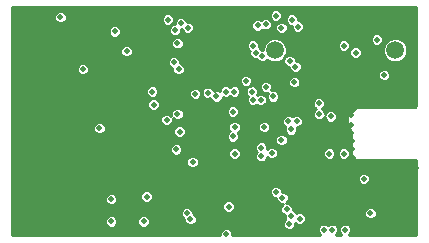
<source format=gbr>
G04 #@! TF.FileFunction,Copper,L2,Inr,Signal*
%FSLAX46Y46*%
G04 Gerber Fmt 4.6, Leading zero omitted, Abs format (unit mm)*
G04 Created by KiCad (PCBNEW 4.0.2-stable) date 2016-06-02 00:43:14*
%MOMM*%
G01*
G04 APERTURE LIST*
%ADD10C,0.100000*%
%ADD11C,1.500000*%
%ADD12C,1.250000*%
%ADD13C,1.550000*%
%ADD14C,0.400000*%
%ADD15C,0.500000*%
%ADD16C,0.254000*%
G04 APERTURE END LIST*
D10*
D11*
X72850000Y-44000000D03*
X62650000Y-44000000D03*
D12*
X45062540Y-52499100D03*
X45062540Y-57499100D03*
D13*
X42362540Y-51499100D03*
X42362540Y-58499100D03*
D14*
X53750000Y-56950000D03*
X53750000Y-55550000D03*
X53750000Y-56250000D03*
D15*
X40900000Y-50000000D03*
X41700000Y-50000000D03*
X42500000Y-50000000D03*
X43400000Y-50000000D03*
X69700000Y-58800000D03*
X70300000Y-59300000D03*
X71100000Y-59400000D03*
X72100000Y-59300000D03*
X73000000Y-59300000D03*
X73900000Y-45000000D03*
X73800000Y-42900000D03*
X72900000Y-42600000D03*
X73700000Y-42100000D03*
X72800000Y-41700000D03*
X72100000Y-40700000D03*
X73000000Y-40700000D03*
X73900000Y-40700000D03*
X74500000Y-41400000D03*
X74500000Y-42200000D03*
X74500000Y-43000000D03*
X74500000Y-43800000D03*
X74500000Y-44600000D03*
X74500000Y-45400000D03*
X74400000Y-46300000D03*
X74100000Y-47100000D03*
X45200000Y-40600000D03*
X46100000Y-40600000D03*
X47200000Y-40600000D03*
X48100000Y-40600000D03*
X49100000Y-40600000D03*
X40600000Y-41600000D03*
X40600000Y-40800000D03*
X69100000Y-50300000D03*
X49800000Y-51500000D03*
X67800000Y-50400000D03*
X67100000Y-50300000D03*
X65200000Y-50400000D03*
X58612500Y-43487500D03*
X56887500Y-45212500D03*
X56887500Y-43487500D03*
X58612500Y-45212500D03*
X62184241Y-53894559D03*
X63300000Y-58100000D03*
X65700000Y-49500000D03*
X64600000Y-47900000D03*
X69300000Y-53100000D03*
X69200000Y-52400000D03*
X69145982Y-51693432D03*
X71000000Y-42250000D03*
X70250000Y-44250000D03*
X58750000Y-55250000D03*
X58750000Y-56250000D03*
X58500000Y-58250000D03*
X58250000Y-59000000D03*
X48750000Y-57500000D03*
X46000000Y-56500000D03*
X44000000Y-56250000D03*
X47050010Y-54750000D03*
X47000000Y-54000000D03*
X60500000Y-54000000D03*
X61750000Y-51250000D03*
X60500000Y-51500000D03*
X57500000Y-52500000D03*
X56750000Y-52500000D03*
X56000000Y-52500000D03*
X55750000Y-50250000D03*
X56500000Y-50250000D03*
X57250000Y-50250000D03*
X53750000Y-48250000D03*
X52275002Y-46750000D03*
X52500000Y-45250000D03*
X50750000Y-40500000D03*
X50000000Y-41000000D03*
X51500000Y-46199998D03*
X50751910Y-45994029D03*
X52100000Y-49600000D03*
X47032844Y-48782844D03*
X46500000Y-50000000D03*
X44500000Y-49500000D03*
X43250000Y-47000000D03*
X42250000Y-41000000D03*
X66162500Y-55162500D03*
X66162500Y-56837500D03*
X67837500Y-56837500D03*
X67837500Y-55162500D03*
X69100000Y-51000000D03*
X69100000Y-49500000D03*
X69500000Y-48750000D03*
X70250000Y-48750000D03*
X71000000Y-48750000D03*
X71750000Y-48750000D03*
X72500000Y-48750000D03*
X73250000Y-48750000D03*
X73250000Y-48000000D03*
X73750000Y-59500000D03*
X74500000Y-59250000D03*
X74500000Y-58500000D03*
X74500000Y-57750000D03*
X74500000Y-57000000D03*
X74500000Y-56250000D03*
X74500000Y-55500000D03*
X74571749Y-53999451D03*
X74250000Y-54750000D03*
X73750000Y-55250000D03*
X73000000Y-55500000D03*
X73000000Y-56250000D03*
X73000000Y-57000000D03*
X73000000Y-57750000D03*
X72250000Y-57750000D03*
X71500000Y-57750000D03*
X70750000Y-53500000D03*
X70000000Y-53500000D03*
X70500000Y-54000000D03*
X71250000Y-54000000D03*
X71500000Y-53500000D03*
X72500000Y-53500000D03*
X72000000Y-54000000D03*
X72750000Y-54000000D03*
X73250000Y-53500000D03*
X55200000Y-57800000D03*
X51800000Y-56400000D03*
X51550010Y-58500000D03*
X54600000Y-50900000D03*
X54300000Y-52400000D03*
X55500000Y-58300000D03*
X60200000Y-46600000D03*
X54500000Y-45600000D03*
X55300000Y-42100000D03*
X62400000Y-52700000D03*
X62500000Y-47900000D03*
X70200000Y-54900000D03*
X64750000Y-58250000D03*
X64600000Y-42000000D03*
X58750000Y-57250000D03*
X58540690Y-59581380D03*
X61500000Y-52974998D03*
X61500000Y-52250000D03*
X61750000Y-50500000D03*
X59250000Y-50500000D03*
X52262985Y-47497308D03*
X66800000Y-59200000D03*
X68600000Y-59200000D03*
X70750000Y-57800002D03*
X67250000Y-52750000D03*
X68500000Y-52750000D03*
X59250000Y-52750000D03*
X55700010Y-53465000D03*
X46400000Y-45600000D03*
X44500000Y-41200000D03*
X53600000Y-41400000D03*
X54410883Y-43410883D03*
X54200000Y-42300000D03*
X66374999Y-48483187D03*
X63200000Y-42100000D03*
X64024990Y-50700000D03*
X62737384Y-41065618D03*
X63800000Y-50000000D03*
X61473867Y-48212870D03*
X64400000Y-45400000D03*
X61200000Y-41900000D03*
X63200011Y-51600000D03*
X62750000Y-56000000D03*
X67500000Y-59200000D03*
X59100000Y-49200000D03*
X67400000Y-49600000D03*
X50100000Y-44074998D03*
X47800000Y-50600000D03*
X52400000Y-48600000D03*
X54400000Y-49400000D03*
X56975010Y-47600000D03*
X53500000Y-49900000D03*
X57700000Y-47900000D03*
X59200000Y-47500000D03*
X66392710Y-49406075D03*
X63861901Y-58726887D03*
X48800000Y-56600000D03*
X61024995Y-44209819D03*
X48800000Y-58500000D03*
X60800000Y-43600000D03*
X64100000Y-41400000D03*
X71300000Y-43100000D03*
X69500000Y-44200000D03*
X71900000Y-46100000D03*
X54700000Y-41700000D03*
X64300000Y-46700000D03*
X68500000Y-43600000D03*
X54100000Y-45000000D03*
X55900000Y-47700000D03*
X59100000Y-51300000D03*
X58500000Y-47500000D03*
X63300000Y-56500000D03*
X60700000Y-47500000D03*
X63650002Y-57450704D03*
X60800000Y-48200000D03*
X64000000Y-58000000D03*
X49100000Y-42400000D03*
X61606630Y-44499995D03*
X63900000Y-44900000D03*
X61900000Y-41800000D03*
X61900000Y-47100000D03*
X64500000Y-50000000D03*
D16*
G36*
X74623000Y-48697394D02*
X74547394Y-48773000D01*
X69600000Y-48773000D01*
X69550590Y-48783006D01*
X69510197Y-48810197D01*
X68810197Y-49510197D01*
X68782334Y-49552211D01*
X68773000Y-49600000D01*
X68773000Y-50400000D01*
X68783006Y-50449410D01*
X68798400Y-50476200D01*
X69073000Y-50842333D01*
X69073000Y-53100000D01*
X69083006Y-53149410D01*
X69110197Y-53189803D01*
X69210197Y-53289803D01*
X69252211Y-53317666D01*
X69300000Y-53327000D01*
X74623000Y-53327000D01*
X74623000Y-59623000D01*
X68922204Y-59623000D01*
X69046509Y-59498912D01*
X69126909Y-59305287D01*
X69127092Y-59095633D01*
X69047030Y-58901868D01*
X68898912Y-58753491D01*
X68705287Y-58673091D01*
X68495633Y-58672908D01*
X68301868Y-58752970D01*
X68153491Y-58901088D01*
X68073091Y-59094713D01*
X68072908Y-59304367D01*
X68152970Y-59498132D01*
X68277620Y-59623000D01*
X67822204Y-59623000D01*
X67946509Y-59498912D01*
X68026909Y-59305287D01*
X68027092Y-59095633D01*
X67947030Y-58901868D01*
X67798912Y-58753491D01*
X67605287Y-58673091D01*
X67395633Y-58672908D01*
X67201868Y-58752970D01*
X67150040Y-58804708D01*
X67098912Y-58753491D01*
X66905287Y-58673091D01*
X66695633Y-58672908D01*
X66501868Y-58752970D01*
X66353491Y-58901088D01*
X66273091Y-59094713D01*
X66272908Y-59304367D01*
X66352970Y-59498132D01*
X66477620Y-59623000D01*
X59067655Y-59623000D01*
X59067782Y-59477013D01*
X58987720Y-59283248D01*
X58839602Y-59134871D01*
X58645977Y-59054471D01*
X58436323Y-59054288D01*
X58242558Y-59134350D01*
X58094181Y-59282468D01*
X58013781Y-59476093D01*
X58013653Y-59623000D01*
X40377000Y-59623000D01*
X40377000Y-58604367D01*
X48272908Y-58604367D01*
X48352970Y-58798132D01*
X48501088Y-58946509D01*
X48694713Y-59026909D01*
X48904367Y-59027092D01*
X49098132Y-58947030D01*
X49246509Y-58798912D01*
X49326909Y-58605287D01*
X49326909Y-58604367D01*
X51022918Y-58604367D01*
X51102980Y-58798132D01*
X51251098Y-58946509D01*
X51444723Y-59026909D01*
X51654377Y-59027092D01*
X51848142Y-58947030D01*
X51996519Y-58798912D01*
X52076919Y-58605287D01*
X52077102Y-58395633D01*
X51997040Y-58201868D01*
X51848922Y-58053491D01*
X51655297Y-57973091D01*
X51445643Y-57972908D01*
X51251878Y-58052970D01*
X51103501Y-58201088D01*
X51023101Y-58394713D01*
X51022918Y-58604367D01*
X49326909Y-58604367D01*
X49327092Y-58395633D01*
X49247030Y-58201868D01*
X49098912Y-58053491D01*
X48905287Y-57973091D01*
X48695633Y-57972908D01*
X48501868Y-58052970D01*
X48353491Y-58201088D01*
X48273091Y-58394713D01*
X48272908Y-58604367D01*
X40377000Y-58604367D01*
X40377000Y-57904367D01*
X54672908Y-57904367D01*
X54752970Y-58098132D01*
X54901088Y-58246509D01*
X54973020Y-58276378D01*
X54972908Y-58404367D01*
X55052970Y-58598132D01*
X55201088Y-58746509D01*
X55394713Y-58826909D01*
X55604367Y-58827092D01*
X55798132Y-58747030D01*
X55946509Y-58598912D01*
X56026909Y-58405287D01*
X56027092Y-58195633D01*
X55947030Y-58001868D01*
X55798912Y-57853491D01*
X55726980Y-57823622D01*
X55727092Y-57695633D01*
X55647030Y-57501868D01*
X55499787Y-57354367D01*
X58222908Y-57354367D01*
X58302970Y-57548132D01*
X58451088Y-57696509D01*
X58644713Y-57776909D01*
X58854367Y-57777092D01*
X59048132Y-57697030D01*
X59196509Y-57548912D01*
X59276909Y-57355287D01*
X59277092Y-57145633D01*
X59197030Y-56951868D01*
X59048912Y-56803491D01*
X58855287Y-56723091D01*
X58645633Y-56722908D01*
X58451868Y-56802970D01*
X58303491Y-56951088D01*
X58223091Y-57144713D01*
X58222908Y-57354367D01*
X55499787Y-57354367D01*
X55498912Y-57353491D01*
X55305287Y-57273091D01*
X55095633Y-57272908D01*
X54901868Y-57352970D01*
X54753491Y-57501088D01*
X54673091Y-57694713D01*
X54672908Y-57904367D01*
X40377000Y-57904367D01*
X40377000Y-56704367D01*
X48272908Y-56704367D01*
X48352970Y-56898132D01*
X48501088Y-57046509D01*
X48694713Y-57126909D01*
X48904367Y-57127092D01*
X49098132Y-57047030D01*
X49246509Y-56898912D01*
X49326909Y-56705287D01*
X49327084Y-56504367D01*
X51272908Y-56504367D01*
X51352970Y-56698132D01*
X51501088Y-56846509D01*
X51694713Y-56926909D01*
X51904367Y-56927092D01*
X52098132Y-56847030D01*
X52246509Y-56698912D01*
X52326909Y-56505287D01*
X52327092Y-56295633D01*
X52248063Y-56104367D01*
X62222908Y-56104367D01*
X62302970Y-56298132D01*
X62451088Y-56446509D01*
X62644713Y-56526909D01*
X62772976Y-56527021D01*
X62772908Y-56604367D01*
X62852970Y-56798132D01*
X63001088Y-56946509D01*
X63194713Y-57026909D01*
X63328477Y-57027026D01*
X63203493Y-57151792D01*
X63123093Y-57345417D01*
X63122910Y-57555071D01*
X63202972Y-57748836D01*
X63351090Y-57897213D01*
X63473045Y-57947853D01*
X63472908Y-58104367D01*
X63550778Y-58292826D01*
X63415392Y-58427975D01*
X63334992Y-58621600D01*
X63334809Y-58831254D01*
X63414871Y-59025019D01*
X63562989Y-59173396D01*
X63756614Y-59253796D01*
X63966268Y-59253979D01*
X64160033Y-59173917D01*
X64308410Y-59025799D01*
X64388810Y-58832174D01*
X64388983Y-58634295D01*
X64451088Y-58696509D01*
X64644713Y-58776909D01*
X64854367Y-58777092D01*
X65048132Y-58697030D01*
X65196509Y-58548912D01*
X65276909Y-58355287D01*
X65277092Y-58145633D01*
X65197030Y-57951868D01*
X65149614Y-57904369D01*
X70222908Y-57904369D01*
X70302970Y-58098134D01*
X70451088Y-58246511D01*
X70644713Y-58326911D01*
X70854367Y-58327094D01*
X71048132Y-58247032D01*
X71196509Y-58098914D01*
X71276909Y-57905289D01*
X71277092Y-57695635D01*
X71197030Y-57501870D01*
X71048912Y-57353493D01*
X70855287Y-57273093D01*
X70645633Y-57272910D01*
X70451868Y-57352972D01*
X70303491Y-57501090D01*
X70223091Y-57694715D01*
X70222908Y-57904369D01*
X65149614Y-57904369D01*
X65048912Y-57803491D01*
X64855287Y-57723091D01*
X64645633Y-57722908D01*
X64483418Y-57789934D01*
X64447030Y-57701868D01*
X64298912Y-57553491D01*
X64176957Y-57502851D01*
X64177094Y-57346337D01*
X64097032Y-57152572D01*
X63948914Y-57004195D01*
X63755289Y-56923795D01*
X63621525Y-56923678D01*
X63746509Y-56798912D01*
X63826909Y-56605287D01*
X63827092Y-56395633D01*
X63747030Y-56201868D01*
X63598912Y-56053491D01*
X63405287Y-55973091D01*
X63277024Y-55972979D01*
X63277092Y-55895633D01*
X63197030Y-55701868D01*
X63048912Y-55553491D01*
X62855287Y-55473091D01*
X62645633Y-55472908D01*
X62451868Y-55552970D01*
X62303491Y-55701088D01*
X62223091Y-55894713D01*
X62222908Y-56104367D01*
X52248063Y-56104367D01*
X52247030Y-56101868D01*
X52098912Y-55953491D01*
X51905287Y-55873091D01*
X51695633Y-55872908D01*
X51501868Y-55952970D01*
X51353491Y-56101088D01*
X51273091Y-56294713D01*
X51272908Y-56504367D01*
X49327084Y-56504367D01*
X49327092Y-56495633D01*
X49247030Y-56301868D01*
X49098912Y-56153491D01*
X48905287Y-56073091D01*
X48695633Y-56072908D01*
X48501868Y-56152970D01*
X48353491Y-56301088D01*
X48273091Y-56494713D01*
X48272908Y-56704367D01*
X40377000Y-56704367D01*
X40377000Y-55004367D01*
X69672908Y-55004367D01*
X69752970Y-55198132D01*
X69901088Y-55346509D01*
X70094713Y-55426909D01*
X70304367Y-55427092D01*
X70498132Y-55347030D01*
X70646509Y-55198912D01*
X70726909Y-55005287D01*
X70727092Y-54795633D01*
X70647030Y-54601868D01*
X70498912Y-54453491D01*
X70305287Y-54373091D01*
X70095633Y-54372908D01*
X69901868Y-54452970D01*
X69753491Y-54601088D01*
X69673091Y-54794713D01*
X69672908Y-55004367D01*
X40377000Y-55004367D01*
X40377000Y-53569367D01*
X55172918Y-53569367D01*
X55252980Y-53763132D01*
X55401098Y-53911509D01*
X55594723Y-53991909D01*
X55804377Y-53992092D01*
X55998142Y-53912030D01*
X56146519Y-53763912D01*
X56226919Y-53570287D01*
X56227102Y-53360633D01*
X56147040Y-53166868D01*
X55998922Y-53018491D01*
X55805297Y-52938091D01*
X55595643Y-52937908D01*
X55401878Y-53017970D01*
X55253501Y-53166088D01*
X55173101Y-53359713D01*
X55172918Y-53569367D01*
X40377000Y-53569367D01*
X40377000Y-52504367D01*
X53772908Y-52504367D01*
X53852970Y-52698132D01*
X54001088Y-52846509D01*
X54194713Y-52926909D01*
X54404367Y-52927092D01*
X54580375Y-52854367D01*
X58722908Y-52854367D01*
X58802970Y-53048132D01*
X58951088Y-53196509D01*
X59144713Y-53276909D01*
X59354367Y-53277092D01*
X59548132Y-53197030D01*
X59696509Y-53048912D01*
X59776909Y-52855287D01*
X59777092Y-52645633D01*
X59697030Y-52451868D01*
X59599700Y-52354367D01*
X60972908Y-52354367D01*
X61052970Y-52548132D01*
X61117207Y-52612481D01*
X61053491Y-52676086D01*
X60973091Y-52869711D01*
X60972908Y-53079365D01*
X61052970Y-53273130D01*
X61201088Y-53421507D01*
X61394713Y-53501907D01*
X61604367Y-53502090D01*
X61798132Y-53422028D01*
X61946509Y-53273910D01*
X62026909Y-53080285D01*
X62026916Y-53072207D01*
X62101088Y-53146509D01*
X62294713Y-53226909D01*
X62504367Y-53227092D01*
X62698132Y-53147030D01*
X62846509Y-52998912D01*
X62906529Y-52854367D01*
X66722908Y-52854367D01*
X66802970Y-53048132D01*
X66951088Y-53196509D01*
X67144713Y-53276909D01*
X67354367Y-53277092D01*
X67548132Y-53197030D01*
X67696509Y-53048912D01*
X67776909Y-52855287D01*
X67776909Y-52854367D01*
X67972908Y-52854367D01*
X68052970Y-53048132D01*
X68201088Y-53196509D01*
X68394713Y-53276909D01*
X68604367Y-53277092D01*
X68798132Y-53197030D01*
X68946509Y-53048912D01*
X69026909Y-52855287D01*
X69027092Y-52645633D01*
X68947030Y-52451868D01*
X68798912Y-52303491D01*
X68605287Y-52223091D01*
X68395633Y-52222908D01*
X68201868Y-52302970D01*
X68053491Y-52451088D01*
X67973091Y-52644713D01*
X67972908Y-52854367D01*
X67776909Y-52854367D01*
X67777092Y-52645633D01*
X67697030Y-52451868D01*
X67548912Y-52303491D01*
X67355287Y-52223091D01*
X67145633Y-52222908D01*
X66951868Y-52302970D01*
X66803491Y-52451088D01*
X66723091Y-52644713D01*
X66722908Y-52854367D01*
X62906529Y-52854367D01*
X62926909Y-52805287D01*
X62927092Y-52595633D01*
X62847030Y-52401868D01*
X62698912Y-52253491D01*
X62505287Y-52173091D01*
X62295633Y-52172908D01*
X62101868Y-52252970D01*
X62026933Y-52327774D01*
X62027092Y-52145633D01*
X61947030Y-51951868D01*
X61798912Y-51803491D01*
X61605287Y-51723091D01*
X61395633Y-51722908D01*
X61201868Y-51802970D01*
X61053491Y-51951088D01*
X60973091Y-52144713D01*
X60972908Y-52354367D01*
X59599700Y-52354367D01*
X59548912Y-52303491D01*
X59355287Y-52223091D01*
X59145633Y-52222908D01*
X58951868Y-52302970D01*
X58803491Y-52451088D01*
X58723091Y-52644713D01*
X58722908Y-52854367D01*
X54580375Y-52854367D01*
X54598132Y-52847030D01*
X54746509Y-52698912D01*
X54826909Y-52505287D01*
X54827092Y-52295633D01*
X54747030Y-52101868D01*
X54598912Y-51953491D01*
X54405287Y-51873091D01*
X54195633Y-51872908D01*
X54001868Y-51952970D01*
X53853491Y-52101088D01*
X53773091Y-52294713D01*
X53772908Y-52504367D01*
X40377000Y-52504367D01*
X40377000Y-50704367D01*
X47272908Y-50704367D01*
X47352970Y-50898132D01*
X47501088Y-51046509D01*
X47694713Y-51126909D01*
X47904367Y-51127092D01*
X48098132Y-51047030D01*
X48140869Y-51004367D01*
X54072908Y-51004367D01*
X54152970Y-51198132D01*
X54301088Y-51346509D01*
X54494713Y-51426909D01*
X54704367Y-51427092D01*
X54759365Y-51404367D01*
X58572908Y-51404367D01*
X58652970Y-51598132D01*
X58801088Y-51746509D01*
X58994713Y-51826909D01*
X59204367Y-51827092D01*
X59398132Y-51747030D01*
X59440869Y-51704367D01*
X62672919Y-51704367D01*
X62752981Y-51898132D01*
X62901099Y-52046509D01*
X63094724Y-52126909D01*
X63304378Y-52127092D01*
X63498143Y-52047030D01*
X63646520Y-51898912D01*
X63726920Y-51705287D01*
X63727103Y-51495633D01*
X63647041Y-51301868D01*
X63498923Y-51153491D01*
X63305298Y-51073091D01*
X63095644Y-51072908D01*
X62901879Y-51152970D01*
X62753502Y-51301088D01*
X62673102Y-51494713D01*
X62672919Y-51704367D01*
X59440869Y-51704367D01*
X59546509Y-51598912D01*
X59626909Y-51405287D01*
X59627092Y-51195633D01*
X59547030Y-51001868D01*
X59508595Y-50963366D01*
X59548132Y-50947030D01*
X59696509Y-50798912D01*
X59776909Y-50605287D01*
X59776909Y-50604367D01*
X61222908Y-50604367D01*
X61302970Y-50798132D01*
X61451088Y-50946509D01*
X61644713Y-51026909D01*
X61854367Y-51027092D01*
X62048132Y-50947030D01*
X62196509Y-50798912D01*
X62276909Y-50605287D01*
X62277092Y-50395633D01*
X62197030Y-50201868D01*
X62099700Y-50104367D01*
X63272908Y-50104367D01*
X63352970Y-50298132D01*
X63501088Y-50446509D01*
X63551013Y-50467239D01*
X63498081Y-50594713D01*
X63497898Y-50804367D01*
X63577960Y-50998132D01*
X63726078Y-51146509D01*
X63919703Y-51226909D01*
X64129357Y-51227092D01*
X64323122Y-51147030D01*
X64471499Y-50998912D01*
X64551899Y-50805287D01*
X64552082Y-50595633D01*
X64523732Y-50527022D01*
X64604367Y-50527092D01*
X64798132Y-50447030D01*
X64946509Y-50298912D01*
X65026909Y-50105287D01*
X65027092Y-49895633D01*
X64947030Y-49701868D01*
X64798912Y-49553491D01*
X64605287Y-49473091D01*
X64395633Y-49472908D01*
X64201868Y-49552970D01*
X64150040Y-49604708D01*
X64098912Y-49553491D01*
X63905287Y-49473091D01*
X63695633Y-49472908D01*
X63501868Y-49552970D01*
X63353491Y-49701088D01*
X63273091Y-49894713D01*
X63272908Y-50104367D01*
X62099700Y-50104367D01*
X62048912Y-50053491D01*
X61855287Y-49973091D01*
X61645633Y-49972908D01*
X61451868Y-50052970D01*
X61303491Y-50201088D01*
X61223091Y-50394713D01*
X61222908Y-50604367D01*
X59776909Y-50604367D01*
X59777092Y-50395633D01*
X59697030Y-50201868D01*
X59548912Y-50053491D01*
X59355287Y-49973091D01*
X59145633Y-49972908D01*
X58951868Y-50052970D01*
X58803491Y-50201088D01*
X58723091Y-50394713D01*
X58722908Y-50604367D01*
X58802970Y-50798132D01*
X58841405Y-50836634D01*
X58801868Y-50852970D01*
X58653491Y-51001088D01*
X58573091Y-51194713D01*
X58572908Y-51404367D01*
X54759365Y-51404367D01*
X54898132Y-51347030D01*
X55046509Y-51198912D01*
X55126909Y-51005287D01*
X55127092Y-50795633D01*
X55047030Y-50601868D01*
X54898912Y-50453491D01*
X54705287Y-50373091D01*
X54495633Y-50372908D01*
X54301868Y-50452970D01*
X54153491Y-50601088D01*
X54073091Y-50794713D01*
X54072908Y-51004367D01*
X48140869Y-51004367D01*
X48246509Y-50898912D01*
X48326909Y-50705287D01*
X48327092Y-50495633D01*
X48247030Y-50301868D01*
X48098912Y-50153491D01*
X47905287Y-50073091D01*
X47695633Y-50072908D01*
X47501868Y-50152970D01*
X47353491Y-50301088D01*
X47273091Y-50494713D01*
X47272908Y-50704367D01*
X40377000Y-50704367D01*
X40377000Y-50004367D01*
X52972908Y-50004367D01*
X53052970Y-50198132D01*
X53201088Y-50346509D01*
X53394713Y-50426909D01*
X53604367Y-50427092D01*
X53798132Y-50347030D01*
X53946509Y-50198912D01*
X54026909Y-50005287D01*
X54027092Y-49795633D01*
X54010701Y-49755964D01*
X54101088Y-49846509D01*
X54294713Y-49926909D01*
X54504367Y-49927092D01*
X54698132Y-49847030D01*
X54846509Y-49698912D01*
X54926909Y-49505287D01*
X54927084Y-49304367D01*
X58572908Y-49304367D01*
X58652970Y-49498132D01*
X58801088Y-49646509D01*
X58994713Y-49726909D01*
X59204367Y-49727092D01*
X59398132Y-49647030D01*
X59546509Y-49498912D01*
X59626909Y-49305287D01*
X59627092Y-49095633D01*
X59547030Y-48901868D01*
X59398912Y-48753491D01*
X59205287Y-48673091D01*
X58995633Y-48672908D01*
X58801868Y-48752970D01*
X58653491Y-48901088D01*
X58573091Y-49094713D01*
X58572908Y-49304367D01*
X54927084Y-49304367D01*
X54927092Y-49295633D01*
X54847030Y-49101868D01*
X54698912Y-48953491D01*
X54505287Y-48873091D01*
X54295633Y-48872908D01*
X54101868Y-48952970D01*
X53953491Y-49101088D01*
X53873091Y-49294713D01*
X53872908Y-49504367D01*
X53889299Y-49544036D01*
X53798912Y-49453491D01*
X53605287Y-49373091D01*
X53395633Y-49372908D01*
X53201868Y-49452970D01*
X53053491Y-49601088D01*
X52973091Y-49794713D01*
X52972908Y-50004367D01*
X40377000Y-50004367D01*
X40377000Y-48704367D01*
X51872908Y-48704367D01*
X51952970Y-48898132D01*
X52101088Y-49046509D01*
X52294713Y-49126909D01*
X52504367Y-49127092D01*
X52698132Y-49047030D01*
X52846509Y-48898912D01*
X52926909Y-48705287D01*
X52927092Y-48495633D01*
X52847030Y-48301868D01*
X52698912Y-48153491D01*
X52505287Y-48073091D01*
X52295633Y-48072908D01*
X52101868Y-48152970D01*
X51953491Y-48301088D01*
X51873091Y-48494713D01*
X51872908Y-48704367D01*
X40377000Y-48704367D01*
X40377000Y-47601675D01*
X51735893Y-47601675D01*
X51815955Y-47795440D01*
X51964073Y-47943817D01*
X52157698Y-48024217D01*
X52367352Y-48024400D01*
X52561117Y-47944338D01*
X52701332Y-47804367D01*
X55372908Y-47804367D01*
X55452970Y-47998132D01*
X55601088Y-48146509D01*
X55794713Y-48226909D01*
X56004367Y-48227092D01*
X56198132Y-48147030D01*
X56346509Y-47998912D01*
X56426909Y-47805287D01*
X56426997Y-47704367D01*
X56447918Y-47704367D01*
X56527980Y-47898132D01*
X56676098Y-48046509D01*
X56869723Y-48126909D01*
X57079377Y-48127092D01*
X57202582Y-48076185D01*
X57252970Y-48198132D01*
X57401088Y-48346509D01*
X57594713Y-48426909D01*
X57804367Y-48427092D01*
X57998132Y-48347030D01*
X58146509Y-48198912D01*
X58226909Y-48005287D01*
X58226951Y-47957248D01*
X58394713Y-48026909D01*
X58604367Y-48027092D01*
X58798132Y-47947030D01*
X58849960Y-47895292D01*
X58901088Y-47946509D01*
X59094713Y-48026909D01*
X59304367Y-48027092D01*
X59498132Y-47947030D01*
X59646509Y-47798912D01*
X59726909Y-47605287D01*
X59727092Y-47395633D01*
X59647030Y-47201868D01*
X59498912Y-47053491D01*
X59305287Y-46973091D01*
X59095633Y-46972908D01*
X58901868Y-47052970D01*
X58850040Y-47104708D01*
X58798912Y-47053491D01*
X58605287Y-46973091D01*
X58395633Y-46972908D01*
X58201868Y-47052970D01*
X58053491Y-47201088D01*
X57973091Y-47394713D01*
X57973049Y-47442752D01*
X57805287Y-47373091D01*
X57595633Y-47372908D01*
X57472428Y-47423815D01*
X57422040Y-47301868D01*
X57273922Y-47153491D01*
X57080297Y-47073091D01*
X56870643Y-47072908D01*
X56676878Y-47152970D01*
X56528501Y-47301088D01*
X56448101Y-47494713D01*
X56447918Y-47704367D01*
X56426997Y-47704367D01*
X56427092Y-47595633D01*
X56347030Y-47401868D01*
X56198912Y-47253491D01*
X56005287Y-47173091D01*
X55795633Y-47172908D01*
X55601868Y-47252970D01*
X55453491Y-47401088D01*
X55373091Y-47594713D01*
X55372908Y-47804367D01*
X52701332Y-47804367D01*
X52709494Y-47796220D01*
X52789894Y-47602595D01*
X52790077Y-47392941D01*
X52710015Y-47199176D01*
X52561897Y-47050799D01*
X52368272Y-46970399D01*
X52158618Y-46970216D01*
X51964853Y-47050278D01*
X51816476Y-47198396D01*
X51736076Y-47392021D01*
X51735893Y-47601675D01*
X40377000Y-47601675D01*
X40377000Y-46704367D01*
X59672908Y-46704367D01*
X59752970Y-46898132D01*
X59901088Y-47046509D01*
X60094713Y-47126909D01*
X60304367Y-47127092D01*
X60344036Y-47110701D01*
X60253491Y-47201088D01*
X60173091Y-47394713D01*
X60172908Y-47604367D01*
X60252970Y-47798132D01*
X60354621Y-47899960D01*
X60353491Y-47901088D01*
X60273091Y-48094713D01*
X60272908Y-48304367D01*
X60352970Y-48498132D01*
X60501088Y-48646509D01*
X60694713Y-48726909D01*
X60904367Y-48727092D01*
X61098132Y-48647030D01*
X61130436Y-48614782D01*
X61174955Y-48659379D01*
X61368580Y-48739779D01*
X61578234Y-48739962D01*
X61771999Y-48659900D01*
X61844471Y-48587554D01*
X65847907Y-48587554D01*
X65927969Y-48781319D01*
X66076087Y-48929696D01*
X66120737Y-48948236D01*
X66094578Y-48959045D01*
X65946201Y-49107163D01*
X65865801Y-49300788D01*
X65865618Y-49510442D01*
X65945680Y-49704207D01*
X66093798Y-49852584D01*
X66287423Y-49932984D01*
X66497077Y-49933167D01*
X66690842Y-49853105D01*
X66839219Y-49704987D01*
X66872978Y-49623685D01*
X66872908Y-49704367D01*
X66952970Y-49898132D01*
X67101088Y-50046509D01*
X67294713Y-50126909D01*
X67504367Y-50127092D01*
X67698132Y-50047030D01*
X67846509Y-49898912D01*
X67926909Y-49705287D01*
X67927092Y-49495633D01*
X67847030Y-49301868D01*
X67698912Y-49153491D01*
X67505287Y-49073091D01*
X67295633Y-49072908D01*
X67101868Y-49152970D01*
X66953491Y-49301088D01*
X66919732Y-49382390D01*
X66919802Y-49301708D01*
X66839740Y-49107943D01*
X66691622Y-48959566D01*
X66646972Y-48941026D01*
X66673131Y-48930217D01*
X66821508Y-48782099D01*
X66901908Y-48588474D01*
X66902091Y-48378820D01*
X66822029Y-48185055D01*
X66673911Y-48036678D01*
X66480286Y-47956278D01*
X66270632Y-47956095D01*
X66076867Y-48036157D01*
X65928490Y-48184275D01*
X65848090Y-48377900D01*
X65847907Y-48587554D01*
X61844471Y-48587554D01*
X61920376Y-48511782D01*
X62000776Y-48318157D01*
X62000959Y-48108503D01*
X61920897Y-47914738D01*
X61772779Y-47766361D01*
X61579154Y-47685961D01*
X61369500Y-47685778D01*
X61175735Y-47765840D01*
X61149273Y-47792256D01*
X61226909Y-47605287D01*
X61227092Y-47395633D01*
X61148063Y-47204367D01*
X61372908Y-47204367D01*
X61452970Y-47398132D01*
X61601088Y-47546509D01*
X61794713Y-47626909D01*
X62004367Y-47627092D01*
X62050631Y-47607976D01*
X61973091Y-47794713D01*
X61972908Y-48004367D01*
X62052970Y-48198132D01*
X62201088Y-48346509D01*
X62394713Y-48426909D01*
X62604367Y-48427092D01*
X62798132Y-48347030D01*
X62946509Y-48198912D01*
X63026909Y-48005287D01*
X63027092Y-47795633D01*
X62947030Y-47601868D01*
X62798912Y-47453491D01*
X62605287Y-47373091D01*
X62395633Y-47372908D01*
X62349369Y-47392024D01*
X62426909Y-47205287D01*
X62427092Y-46995633D01*
X62348063Y-46804367D01*
X63772908Y-46804367D01*
X63852970Y-46998132D01*
X64001088Y-47146509D01*
X64194713Y-47226909D01*
X64404367Y-47227092D01*
X64598132Y-47147030D01*
X64746509Y-46998912D01*
X64826909Y-46805287D01*
X64827092Y-46595633D01*
X64747030Y-46401868D01*
X64598912Y-46253491D01*
X64480609Y-46204367D01*
X71372908Y-46204367D01*
X71452970Y-46398132D01*
X71601088Y-46546509D01*
X71794713Y-46626909D01*
X72004367Y-46627092D01*
X72198132Y-46547030D01*
X72346509Y-46398912D01*
X72426909Y-46205287D01*
X72427092Y-45995633D01*
X72347030Y-45801868D01*
X72198912Y-45653491D01*
X72005287Y-45573091D01*
X71795633Y-45572908D01*
X71601868Y-45652970D01*
X71453491Y-45801088D01*
X71373091Y-45994713D01*
X71372908Y-46204367D01*
X64480609Y-46204367D01*
X64405287Y-46173091D01*
X64195633Y-46172908D01*
X64001868Y-46252970D01*
X63853491Y-46401088D01*
X63773091Y-46594713D01*
X63772908Y-46804367D01*
X62348063Y-46804367D01*
X62347030Y-46801868D01*
X62198912Y-46653491D01*
X62005287Y-46573091D01*
X61795633Y-46572908D01*
X61601868Y-46652970D01*
X61453491Y-46801088D01*
X61373091Y-46994713D01*
X61372908Y-47204367D01*
X61148063Y-47204367D01*
X61147030Y-47201868D01*
X60998912Y-47053491D01*
X60805287Y-46973091D01*
X60595633Y-46972908D01*
X60555964Y-46989299D01*
X60646509Y-46898912D01*
X60726909Y-46705287D01*
X60727092Y-46495633D01*
X60647030Y-46301868D01*
X60498912Y-46153491D01*
X60305287Y-46073091D01*
X60095633Y-46072908D01*
X59901868Y-46152970D01*
X59753491Y-46301088D01*
X59673091Y-46494713D01*
X59672908Y-46704367D01*
X40377000Y-46704367D01*
X40377000Y-45704367D01*
X45872908Y-45704367D01*
X45952970Y-45898132D01*
X46101088Y-46046509D01*
X46294713Y-46126909D01*
X46504367Y-46127092D01*
X46698132Y-46047030D01*
X46846509Y-45898912D01*
X46926909Y-45705287D01*
X46927092Y-45495633D01*
X46847030Y-45301868D01*
X46698912Y-45153491D01*
X46580609Y-45104367D01*
X53572908Y-45104367D01*
X53652970Y-45298132D01*
X53801088Y-45446509D01*
X53973071Y-45517922D01*
X53972908Y-45704367D01*
X54052970Y-45898132D01*
X54201088Y-46046509D01*
X54394713Y-46126909D01*
X54604367Y-46127092D01*
X54798132Y-46047030D01*
X54946509Y-45898912D01*
X55026909Y-45705287D01*
X55027092Y-45495633D01*
X54947030Y-45301868D01*
X54798912Y-45153491D01*
X54626929Y-45082078D01*
X54627092Y-44895633D01*
X54547030Y-44701868D01*
X54398912Y-44553491D01*
X54205287Y-44473091D01*
X53995633Y-44472908D01*
X53801868Y-44552970D01*
X53653491Y-44701088D01*
X53573091Y-44894713D01*
X53572908Y-45104367D01*
X46580609Y-45104367D01*
X46505287Y-45073091D01*
X46295633Y-45072908D01*
X46101868Y-45152970D01*
X45953491Y-45301088D01*
X45873091Y-45494713D01*
X45872908Y-45704367D01*
X40377000Y-45704367D01*
X40377000Y-44179365D01*
X49572908Y-44179365D01*
X49652970Y-44373130D01*
X49801088Y-44521507D01*
X49994713Y-44601907D01*
X50204367Y-44602090D01*
X50398132Y-44522028D01*
X50546509Y-44373910D01*
X50626909Y-44180285D01*
X50627092Y-43970631D01*
X50547030Y-43776866D01*
X50398912Y-43628489D01*
X50205287Y-43548089D01*
X49995633Y-43547906D01*
X49801868Y-43627968D01*
X49653491Y-43776086D01*
X49573091Y-43969711D01*
X49572908Y-44179365D01*
X40377000Y-44179365D01*
X40377000Y-43515250D01*
X53883791Y-43515250D01*
X53963853Y-43709015D01*
X54111971Y-43857392D01*
X54305596Y-43937792D01*
X54515250Y-43937975D01*
X54709015Y-43857913D01*
X54857392Y-43709795D01*
X54859645Y-43704367D01*
X60272908Y-43704367D01*
X60352970Y-43898132D01*
X60501088Y-44046509D01*
X60519077Y-44053979D01*
X60498086Y-44104532D01*
X60497903Y-44314186D01*
X60577965Y-44507951D01*
X60726083Y-44656328D01*
X60919708Y-44736728D01*
X61129362Y-44736911D01*
X61133585Y-44735166D01*
X61159600Y-44798127D01*
X61307718Y-44946504D01*
X61501343Y-45026904D01*
X61710997Y-45027087D01*
X61904762Y-44947025D01*
X62024711Y-44827285D01*
X62067492Y-44870140D01*
X62444821Y-45026821D01*
X62853387Y-45027178D01*
X63230989Y-44871156D01*
X63419482Y-44682991D01*
X63373091Y-44794713D01*
X63372908Y-45004367D01*
X63452970Y-45198132D01*
X63601088Y-45346509D01*
X63794713Y-45426909D01*
X63872976Y-45426977D01*
X63872908Y-45504367D01*
X63952970Y-45698132D01*
X64101088Y-45846509D01*
X64294713Y-45926909D01*
X64504367Y-45927092D01*
X64698132Y-45847030D01*
X64846509Y-45698912D01*
X64926909Y-45505287D01*
X64927092Y-45295633D01*
X64847030Y-45101868D01*
X64698912Y-44953491D01*
X64505287Y-44873091D01*
X64427024Y-44873023D01*
X64427092Y-44795633D01*
X64347030Y-44601868D01*
X64198912Y-44453491D01*
X64005287Y-44373091D01*
X63795633Y-44372908D01*
X63601868Y-44452970D01*
X63554149Y-44500606D01*
X63635634Y-44304367D01*
X68972908Y-44304367D01*
X69052970Y-44498132D01*
X69201088Y-44646509D01*
X69394713Y-44726909D01*
X69604367Y-44727092D01*
X69798132Y-44647030D01*
X69946509Y-44498912D01*
X70026909Y-44305287D01*
X70026997Y-44203387D01*
X71822822Y-44203387D01*
X71978844Y-44580989D01*
X72267492Y-44870140D01*
X72644821Y-45026821D01*
X73053387Y-45027178D01*
X73430989Y-44871156D01*
X73720140Y-44582508D01*
X73876821Y-44205179D01*
X73877178Y-43796613D01*
X73721156Y-43419011D01*
X73432508Y-43129860D01*
X73055179Y-42973179D01*
X72646613Y-42972822D01*
X72269011Y-43128844D01*
X71979860Y-43417492D01*
X71823179Y-43794821D01*
X71822822Y-44203387D01*
X70026997Y-44203387D01*
X70027092Y-44095633D01*
X69947030Y-43901868D01*
X69798912Y-43753491D01*
X69605287Y-43673091D01*
X69395633Y-43672908D01*
X69201868Y-43752970D01*
X69053491Y-43901088D01*
X68973091Y-44094713D01*
X68972908Y-44304367D01*
X63635634Y-44304367D01*
X63676821Y-44205179D01*
X63677178Y-43796613D01*
X63639063Y-43704367D01*
X67972908Y-43704367D01*
X68052970Y-43898132D01*
X68201088Y-44046509D01*
X68394713Y-44126909D01*
X68604367Y-44127092D01*
X68798132Y-44047030D01*
X68946509Y-43898912D01*
X69026909Y-43705287D01*
X69027092Y-43495633D01*
X68947030Y-43301868D01*
X68849700Y-43204367D01*
X70772908Y-43204367D01*
X70852970Y-43398132D01*
X71001088Y-43546509D01*
X71194713Y-43626909D01*
X71404367Y-43627092D01*
X71598132Y-43547030D01*
X71746509Y-43398912D01*
X71826909Y-43205287D01*
X71827092Y-42995633D01*
X71747030Y-42801868D01*
X71598912Y-42653491D01*
X71405287Y-42573091D01*
X71195633Y-42572908D01*
X71001868Y-42652970D01*
X70853491Y-42801088D01*
X70773091Y-42994713D01*
X70772908Y-43204367D01*
X68849700Y-43204367D01*
X68798912Y-43153491D01*
X68605287Y-43073091D01*
X68395633Y-43072908D01*
X68201868Y-43152970D01*
X68053491Y-43301088D01*
X67973091Y-43494713D01*
X67972908Y-43704367D01*
X63639063Y-43704367D01*
X63521156Y-43419011D01*
X63232508Y-43129860D01*
X62855179Y-42973179D01*
X62446613Y-42972822D01*
X62069011Y-43128844D01*
X61779860Y-43417492D01*
X61623179Y-43794821D01*
X61623023Y-43973008D01*
X61502263Y-43972903D01*
X61498040Y-43974648D01*
X61472025Y-43911687D01*
X61323907Y-43763310D01*
X61305918Y-43755840D01*
X61326909Y-43705287D01*
X61327092Y-43495633D01*
X61247030Y-43301868D01*
X61098912Y-43153491D01*
X60905287Y-43073091D01*
X60695633Y-43072908D01*
X60501868Y-43152970D01*
X60353491Y-43301088D01*
X60273091Y-43494713D01*
X60272908Y-43704367D01*
X54859645Y-43704367D01*
X54937792Y-43516170D01*
X54937975Y-43306516D01*
X54857913Y-43112751D01*
X54709795Y-42964374D01*
X54516170Y-42883974D01*
X54306516Y-42883791D01*
X54112751Y-42963853D01*
X53964374Y-43111971D01*
X53883974Y-43305596D01*
X53883791Y-43515250D01*
X40377000Y-43515250D01*
X40377000Y-42504367D01*
X48572908Y-42504367D01*
X48652970Y-42698132D01*
X48801088Y-42846509D01*
X48994713Y-42926909D01*
X49204367Y-42927092D01*
X49398132Y-42847030D01*
X49546509Y-42698912D01*
X49626909Y-42505287D01*
X49626997Y-42404367D01*
X53672908Y-42404367D01*
X53752970Y-42598132D01*
X53901088Y-42746509D01*
X54094713Y-42826909D01*
X54304367Y-42827092D01*
X54498132Y-42747030D01*
X54646509Y-42598912D01*
X54726909Y-42405287D01*
X54727065Y-42227025D01*
X54782290Y-42227073D01*
X54852970Y-42398132D01*
X55001088Y-42546509D01*
X55194713Y-42626909D01*
X55404367Y-42627092D01*
X55598132Y-42547030D01*
X55746509Y-42398912D01*
X55826909Y-42205287D01*
X55827084Y-42004367D01*
X60672908Y-42004367D01*
X60752970Y-42198132D01*
X60901088Y-42346509D01*
X61094713Y-42426909D01*
X61304367Y-42427092D01*
X61498132Y-42347030D01*
X61599960Y-42245379D01*
X61601088Y-42246509D01*
X61794713Y-42326909D01*
X62004367Y-42327092D01*
X62198132Y-42247030D01*
X62240869Y-42204367D01*
X62672908Y-42204367D01*
X62752970Y-42398132D01*
X62901088Y-42546509D01*
X63094713Y-42626909D01*
X63304367Y-42627092D01*
X63498132Y-42547030D01*
X63646509Y-42398912D01*
X63726909Y-42205287D01*
X63727092Y-41995633D01*
X63647030Y-41801868D01*
X63498912Y-41653491D01*
X63305287Y-41573091D01*
X63095633Y-41572908D01*
X62901868Y-41652970D01*
X62753491Y-41801088D01*
X62673091Y-41994713D01*
X62672908Y-42204367D01*
X62240869Y-42204367D01*
X62346509Y-42098912D01*
X62426909Y-41905287D01*
X62427092Y-41695633D01*
X62347030Y-41501868D01*
X62198912Y-41353491D01*
X62005287Y-41273091D01*
X61795633Y-41272908D01*
X61601868Y-41352970D01*
X61500040Y-41454621D01*
X61498912Y-41453491D01*
X61305287Y-41373091D01*
X61095633Y-41372908D01*
X60901868Y-41452970D01*
X60753491Y-41601088D01*
X60673091Y-41794713D01*
X60672908Y-42004367D01*
X55827084Y-42004367D01*
X55827092Y-41995633D01*
X55747030Y-41801868D01*
X55598912Y-41653491D01*
X55405287Y-41573091D01*
X55217710Y-41572927D01*
X55147030Y-41401868D01*
X54998912Y-41253491D01*
X54805287Y-41173091D01*
X54595633Y-41172908D01*
X54401868Y-41252970D01*
X54253491Y-41401088D01*
X54173091Y-41594713D01*
X54172935Y-41772975D01*
X54095633Y-41772908D01*
X53901868Y-41852970D01*
X53753491Y-42001088D01*
X53673091Y-42194713D01*
X53672908Y-42404367D01*
X49626997Y-42404367D01*
X49627092Y-42295633D01*
X49547030Y-42101868D01*
X49398912Y-41953491D01*
X49205287Y-41873091D01*
X48995633Y-41872908D01*
X48801868Y-41952970D01*
X48653491Y-42101088D01*
X48573091Y-42294713D01*
X48572908Y-42504367D01*
X40377000Y-42504367D01*
X40377000Y-41304367D01*
X43972908Y-41304367D01*
X44052970Y-41498132D01*
X44201088Y-41646509D01*
X44394713Y-41726909D01*
X44604367Y-41727092D01*
X44798132Y-41647030D01*
X44941044Y-41504367D01*
X53072908Y-41504367D01*
X53152970Y-41698132D01*
X53301088Y-41846509D01*
X53494713Y-41926909D01*
X53704367Y-41927092D01*
X53898132Y-41847030D01*
X54046509Y-41698912D01*
X54126909Y-41505287D01*
X54127092Y-41295633D01*
X54075176Y-41169985D01*
X62210292Y-41169985D01*
X62290354Y-41363750D01*
X62438472Y-41512127D01*
X62632097Y-41592527D01*
X62841751Y-41592710D01*
X63035516Y-41512648D01*
X63043811Y-41504367D01*
X63572908Y-41504367D01*
X63652970Y-41698132D01*
X63801088Y-41846509D01*
X63994713Y-41926909D01*
X64073063Y-41926977D01*
X64072908Y-42104367D01*
X64152970Y-42298132D01*
X64301088Y-42446509D01*
X64494713Y-42526909D01*
X64704367Y-42527092D01*
X64898132Y-42447030D01*
X65046509Y-42298912D01*
X65126909Y-42105287D01*
X65127092Y-41895633D01*
X65047030Y-41701868D01*
X64898912Y-41553491D01*
X64705287Y-41473091D01*
X64626937Y-41473023D01*
X64627092Y-41295633D01*
X64547030Y-41101868D01*
X64398912Y-40953491D01*
X64205287Y-40873091D01*
X63995633Y-40872908D01*
X63801868Y-40952970D01*
X63653491Y-41101088D01*
X63573091Y-41294713D01*
X63572908Y-41504367D01*
X63043811Y-41504367D01*
X63183893Y-41364530D01*
X63264293Y-41170905D01*
X63264476Y-40961251D01*
X63184414Y-40767486D01*
X63036296Y-40619109D01*
X62842671Y-40538709D01*
X62633017Y-40538526D01*
X62439252Y-40618588D01*
X62290875Y-40766706D01*
X62210475Y-40960331D01*
X62210292Y-41169985D01*
X54075176Y-41169985D01*
X54047030Y-41101868D01*
X53898912Y-40953491D01*
X53705287Y-40873091D01*
X53495633Y-40872908D01*
X53301868Y-40952970D01*
X53153491Y-41101088D01*
X53073091Y-41294713D01*
X53072908Y-41504367D01*
X44941044Y-41504367D01*
X44946509Y-41498912D01*
X45026909Y-41305287D01*
X45027092Y-41095633D01*
X44947030Y-40901868D01*
X44798912Y-40753491D01*
X44605287Y-40673091D01*
X44395633Y-40672908D01*
X44201868Y-40752970D01*
X44053491Y-40901088D01*
X43973091Y-41094713D01*
X43972908Y-41304367D01*
X40377000Y-41304367D01*
X40377000Y-40377000D01*
X74623000Y-40377000D01*
X74623000Y-48697394D01*
X74623000Y-48697394D01*
G37*
X74623000Y-48697394D02*
X74547394Y-48773000D01*
X69600000Y-48773000D01*
X69550590Y-48783006D01*
X69510197Y-48810197D01*
X68810197Y-49510197D01*
X68782334Y-49552211D01*
X68773000Y-49600000D01*
X68773000Y-50400000D01*
X68783006Y-50449410D01*
X68798400Y-50476200D01*
X69073000Y-50842333D01*
X69073000Y-53100000D01*
X69083006Y-53149410D01*
X69110197Y-53189803D01*
X69210197Y-53289803D01*
X69252211Y-53317666D01*
X69300000Y-53327000D01*
X74623000Y-53327000D01*
X74623000Y-59623000D01*
X68922204Y-59623000D01*
X69046509Y-59498912D01*
X69126909Y-59305287D01*
X69127092Y-59095633D01*
X69047030Y-58901868D01*
X68898912Y-58753491D01*
X68705287Y-58673091D01*
X68495633Y-58672908D01*
X68301868Y-58752970D01*
X68153491Y-58901088D01*
X68073091Y-59094713D01*
X68072908Y-59304367D01*
X68152970Y-59498132D01*
X68277620Y-59623000D01*
X67822204Y-59623000D01*
X67946509Y-59498912D01*
X68026909Y-59305287D01*
X68027092Y-59095633D01*
X67947030Y-58901868D01*
X67798912Y-58753491D01*
X67605287Y-58673091D01*
X67395633Y-58672908D01*
X67201868Y-58752970D01*
X67150040Y-58804708D01*
X67098912Y-58753491D01*
X66905287Y-58673091D01*
X66695633Y-58672908D01*
X66501868Y-58752970D01*
X66353491Y-58901088D01*
X66273091Y-59094713D01*
X66272908Y-59304367D01*
X66352970Y-59498132D01*
X66477620Y-59623000D01*
X59067655Y-59623000D01*
X59067782Y-59477013D01*
X58987720Y-59283248D01*
X58839602Y-59134871D01*
X58645977Y-59054471D01*
X58436323Y-59054288D01*
X58242558Y-59134350D01*
X58094181Y-59282468D01*
X58013781Y-59476093D01*
X58013653Y-59623000D01*
X40377000Y-59623000D01*
X40377000Y-58604367D01*
X48272908Y-58604367D01*
X48352970Y-58798132D01*
X48501088Y-58946509D01*
X48694713Y-59026909D01*
X48904367Y-59027092D01*
X49098132Y-58947030D01*
X49246509Y-58798912D01*
X49326909Y-58605287D01*
X49326909Y-58604367D01*
X51022918Y-58604367D01*
X51102980Y-58798132D01*
X51251098Y-58946509D01*
X51444723Y-59026909D01*
X51654377Y-59027092D01*
X51848142Y-58947030D01*
X51996519Y-58798912D01*
X52076919Y-58605287D01*
X52077102Y-58395633D01*
X51997040Y-58201868D01*
X51848922Y-58053491D01*
X51655297Y-57973091D01*
X51445643Y-57972908D01*
X51251878Y-58052970D01*
X51103501Y-58201088D01*
X51023101Y-58394713D01*
X51022918Y-58604367D01*
X49326909Y-58604367D01*
X49327092Y-58395633D01*
X49247030Y-58201868D01*
X49098912Y-58053491D01*
X48905287Y-57973091D01*
X48695633Y-57972908D01*
X48501868Y-58052970D01*
X48353491Y-58201088D01*
X48273091Y-58394713D01*
X48272908Y-58604367D01*
X40377000Y-58604367D01*
X40377000Y-57904367D01*
X54672908Y-57904367D01*
X54752970Y-58098132D01*
X54901088Y-58246509D01*
X54973020Y-58276378D01*
X54972908Y-58404367D01*
X55052970Y-58598132D01*
X55201088Y-58746509D01*
X55394713Y-58826909D01*
X55604367Y-58827092D01*
X55798132Y-58747030D01*
X55946509Y-58598912D01*
X56026909Y-58405287D01*
X56027092Y-58195633D01*
X55947030Y-58001868D01*
X55798912Y-57853491D01*
X55726980Y-57823622D01*
X55727092Y-57695633D01*
X55647030Y-57501868D01*
X55499787Y-57354367D01*
X58222908Y-57354367D01*
X58302970Y-57548132D01*
X58451088Y-57696509D01*
X58644713Y-57776909D01*
X58854367Y-57777092D01*
X59048132Y-57697030D01*
X59196509Y-57548912D01*
X59276909Y-57355287D01*
X59277092Y-57145633D01*
X59197030Y-56951868D01*
X59048912Y-56803491D01*
X58855287Y-56723091D01*
X58645633Y-56722908D01*
X58451868Y-56802970D01*
X58303491Y-56951088D01*
X58223091Y-57144713D01*
X58222908Y-57354367D01*
X55499787Y-57354367D01*
X55498912Y-57353491D01*
X55305287Y-57273091D01*
X55095633Y-57272908D01*
X54901868Y-57352970D01*
X54753491Y-57501088D01*
X54673091Y-57694713D01*
X54672908Y-57904367D01*
X40377000Y-57904367D01*
X40377000Y-56704367D01*
X48272908Y-56704367D01*
X48352970Y-56898132D01*
X48501088Y-57046509D01*
X48694713Y-57126909D01*
X48904367Y-57127092D01*
X49098132Y-57047030D01*
X49246509Y-56898912D01*
X49326909Y-56705287D01*
X49327084Y-56504367D01*
X51272908Y-56504367D01*
X51352970Y-56698132D01*
X51501088Y-56846509D01*
X51694713Y-56926909D01*
X51904367Y-56927092D01*
X52098132Y-56847030D01*
X52246509Y-56698912D01*
X52326909Y-56505287D01*
X52327092Y-56295633D01*
X52248063Y-56104367D01*
X62222908Y-56104367D01*
X62302970Y-56298132D01*
X62451088Y-56446509D01*
X62644713Y-56526909D01*
X62772976Y-56527021D01*
X62772908Y-56604367D01*
X62852970Y-56798132D01*
X63001088Y-56946509D01*
X63194713Y-57026909D01*
X63328477Y-57027026D01*
X63203493Y-57151792D01*
X63123093Y-57345417D01*
X63122910Y-57555071D01*
X63202972Y-57748836D01*
X63351090Y-57897213D01*
X63473045Y-57947853D01*
X63472908Y-58104367D01*
X63550778Y-58292826D01*
X63415392Y-58427975D01*
X63334992Y-58621600D01*
X63334809Y-58831254D01*
X63414871Y-59025019D01*
X63562989Y-59173396D01*
X63756614Y-59253796D01*
X63966268Y-59253979D01*
X64160033Y-59173917D01*
X64308410Y-59025799D01*
X64388810Y-58832174D01*
X64388983Y-58634295D01*
X64451088Y-58696509D01*
X64644713Y-58776909D01*
X64854367Y-58777092D01*
X65048132Y-58697030D01*
X65196509Y-58548912D01*
X65276909Y-58355287D01*
X65277092Y-58145633D01*
X65197030Y-57951868D01*
X65149614Y-57904369D01*
X70222908Y-57904369D01*
X70302970Y-58098134D01*
X70451088Y-58246511D01*
X70644713Y-58326911D01*
X70854367Y-58327094D01*
X71048132Y-58247032D01*
X71196509Y-58098914D01*
X71276909Y-57905289D01*
X71277092Y-57695635D01*
X71197030Y-57501870D01*
X71048912Y-57353493D01*
X70855287Y-57273093D01*
X70645633Y-57272910D01*
X70451868Y-57352972D01*
X70303491Y-57501090D01*
X70223091Y-57694715D01*
X70222908Y-57904369D01*
X65149614Y-57904369D01*
X65048912Y-57803491D01*
X64855287Y-57723091D01*
X64645633Y-57722908D01*
X64483418Y-57789934D01*
X64447030Y-57701868D01*
X64298912Y-57553491D01*
X64176957Y-57502851D01*
X64177094Y-57346337D01*
X64097032Y-57152572D01*
X63948914Y-57004195D01*
X63755289Y-56923795D01*
X63621525Y-56923678D01*
X63746509Y-56798912D01*
X63826909Y-56605287D01*
X63827092Y-56395633D01*
X63747030Y-56201868D01*
X63598912Y-56053491D01*
X63405287Y-55973091D01*
X63277024Y-55972979D01*
X63277092Y-55895633D01*
X63197030Y-55701868D01*
X63048912Y-55553491D01*
X62855287Y-55473091D01*
X62645633Y-55472908D01*
X62451868Y-55552970D01*
X62303491Y-55701088D01*
X62223091Y-55894713D01*
X62222908Y-56104367D01*
X52248063Y-56104367D01*
X52247030Y-56101868D01*
X52098912Y-55953491D01*
X51905287Y-55873091D01*
X51695633Y-55872908D01*
X51501868Y-55952970D01*
X51353491Y-56101088D01*
X51273091Y-56294713D01*
X51272908Y-56504367D01*
X49327084Y-56504367D01*
X49327092Y-56495633D01*
X49247030Y-56301868D01*
X49098912Y-56153491D01*
X48905287Y-56073091D01*
X48695633Y-56072908D01*
X48501868Y-56152970D01*
X48353491Y-56301088D01*
X48273091Y-56494713D01*
X48272908Y-56704367D01*
X40377000Y-56704367D01*
X40377000Y-55004367D01*
X69672908Y-55004367D01*
X69752970Y-55198132D01*
X69901088Y-55346509D01*
X70094713Y-55426909D01*
X70304367Y-55427092D01*
X70498132Y-55347030D01*
X70646509Y-55198912D01*
X70726909Y-55005287D01*
X70727092Y-54795633D01*
X70647030Y-54601868D01*
X70498912Y-54453491D01*
X70305287Y-54373091D01*
X70095633Y-54372908D01*
X69901868Y-54452970D01*
X69753491Y-54601088D01*
X69673091Y-54794713D01*
X69672908Y-55004367D01*
X40377000Y-55004367D01*
X40377000Y-53569367D01*
X55172918Y-53569367D01*
X55252980Y-53763132D01*
X55401098Y-53911509D01*
X55594723Y-53991909D01*
X55804377Y-53992092D01*
X55998142Y-53912030D01*
X56146519Y-53763912D01*
X56226919Y-53570287D01*
X56227102Y-53360633D01*
X56147040Y-53166868D01*
X55998922Y-53018491D01*
X55805297Y-52938091D01*
X55595643Y-52937908D01*
X55401878Y-53017970D01*
X55253501Y-53166088D01*
X55173101Y-53359713D01*
X55172918Y-53569367D01*
X40377000Y-53569367D01*
X40377000Y-52504367D01*
X53772908Y-52504367D01*
X53852970Y-52698132D01*
X54001088Y-52846509D01*
X54194713Y-52926909D01*
X54404367Y-52927092D01*
X54580375Y-52854367D01*
X58722908Y-52854367D01*
X58802970Y-53048132D01*
X58951088Y-53196509D01*
X59144713Y-53276909D01*
X59354367Y-53277092D01*
X59548132Y-53197030D01*
X59696509Y-53048912D01*
X59776909Y-52855287D01*
X59777092Y-52645633D01*
X59697030Y-52451868D01*
X59599700Y-52354367D01*
X60972908Y-52354367D01*
X61052970Y-52548132D01*
X61117207Y-52612481D01*
X61053491Y-52676086D01*
X60973091Y-52869711D01*
X60972908Y-53079365D01*
X61052970Y-53273130D01*
X61201088Y-53421507D01*
X61394713Y-53501907D01*
X61604367Y-53502090D01*
X61798132Y-53422028D01*
X61946509Y-53273910D01*
X62026909Y-53080285D01*
X62026916Y-53072207D01*
X62101088Y-53146509D01*
X62294713Y-53226909D01*
X62504367Y-53227092D01*
X62698132Y-53147030D01*
X62846509Y-52998912D01*
X62906529Y-52854367D01*
X66722908Y-52854367D01*
X66802970Y-53048132D01*
X66951088Y-53196509D01*
X67144713Y-53276909D01*
X67354367Y-53277092D01*
X67548132Y-53197030D01*
X67696509Y-53048912D01*
X67776909Y-52855287D01*
X67776909Y-52854367D01*
X67972908Y-52854367D01*
X68052970Y-53048132D01*
X68201088Y-53196509D01*
X68394713Y-53276909D01*
X68604367Y-53277092D01*
X68798132Y-53197030D01*
X68946509Y-53048912D01*
X69026909Y-52855287D01*
X69027092Y-52645633D01*
X68947030Y-52451868D01*
X68798912Y-52303491D01*
X68605287Y-52223091D01*
X68395633Y-52222908D01*
X68201868Y-52302970D01*
X68053491Y-52451088D01*
X67973091Y-52644713D01*
X67972908Y-52854367D01*
X67776909Y-52854367D01*
X67777092Y-52645633D01*
X67697030Y-52451868D01*
X67548912Y-52303491D01*
X67355287Y-52223091D01*
X67145633Y-52222908D01*
X66951868Y-52302970D01*
X66803491Y-52451088D01*
X66723091Y-52644713D01*
X66722908Y-52854367D01*
X62906529Y-52854367D01*
X62926909Y-52805287D01*
X62927092Y-52595633D01*
X62847030Y-52401868D01*
X62698912Y-52253491D01*
X62505287Y-52173091D01*
X62295633Y-52172908D01*
X62101868Y-52252970D01*
X62026933Y-52327774D01*
X62027092Y-52145633D01*
X61947030Y-51951868D01*
X61798912Y-51803491D01*
X61605287Y-51723091D01*
X61395633Y-51722908D01*
X61201868Y-51802970D01*
X61053491Y-51951088D01*
X60973091Y-52144713D01*
X60972908Y-52354367D01*
X59599700Y-52354367D01*
X59548912Y-52303491D01*
X59355287Y-52223091D01*
X59145633Y-52222908D01*
X58951868Y-52302970D01*
X58803491Y-52451088D01*
X58723091Y-52644713D01*
X58722908Y-52854367D01*
X54580375Y-52854367D01*
X54598132Y-52847030D01*
X54746509Y-52698912D01*
X54826909Y-52505287D01*
X54827092Y-52295633D01*
X54747030Y-52101868D01*
X54598912Y-51953491D01*
X54405287Y-51873091D01*
X54195633Y-51872908D01*
X54001868Y-51952970D01*
X53853491Y-52101088D01*
X53773091Y-52294713D01*
X53772908Y-52504367D01*
X40377000Y-52504367D01*
X40377000Y-50704367D01*
X47272908Y-50704367D01*
X47352970Y-50898132D01*
X47501088Y-51046509D01*
X47694713Y-51126909D01*
X47904367Y-51127092D01*
X48098132Y-51047030D01*
X48140869Y-51004367D01*
X54072908Y-51004367D01*
X54152970Y-51198132D01*
X54301088Y-51346509D01*
X54494713Y-51426909D01*
X54704367Y-51427092D01*
X54759365Y-51404367D01*
X58572908Y-51404367D01*
X58652970Y-51598132D01*
X58801088Y-51746509D01*
X58994713Y-51826909D01*
X59204367Y-51827092D01*
X59398132Y-51747030D01*
X59440869Y-51704367D01*
X62672919Y-51704367D01*
X62752981Y-51898132D01*
X62901099Y-52046509D01*
X63094724Y-52126909D01*
X63304378Y-52127092D01*
X63498143Y-52047030D01*
X63646520Y-51898912D01*
X63726920Y-51705287D01*
X63727103Y-51495633D01*
X63647041Y-51301868D01*
X63498923Y-51153491D01*
X63305298Y-51073091D01*
X63095644Y-51072908D01*
X62901879Y-51152970D01*
X62753502Y-51301088D01*
X62673102Y-51494713D01*
X62672919Y-51704367D01*
X59440869Y-51704367D01*
X59546509Y-51598912D01*
X59626909Y-51405287D01*
X59627092Y-51195633D01*
X59547030Y-51001868D01*
X59508595Y-50963366D01*
X59548132Y-50947030D01*
X59696509Y-50798912D01*
X59776909Y-50605287D01*
X59776909Y-50604367D01*
X61222908Y-50604367D01*
X61302970Y-50798132D01*
X61451088Y-50946509D01*
X61644713Y-51026909D01*
X61854367Y-51027092D01*
X62048132Y-50947030D01*
X62196509Y-50798912D01*
X62276909Y-50605287D01*
X62277092Y-50395633D01*
X62197030Y-50201868D01*
X62099700Y-50104367D01*
X63272908Y-50104367D01*
X63352970Y-50298132D01*
X63501088Y-50446509D01*
X63551013Y-50467239D01*
X63498081Y-50594713D01*
X63497898Y-50804367D01*
X63577960Y-50998132D01*
X63726078Y-51146509D01*
X63919703Y-51226909D01*
X64129357Y-51227092D01*
X64323122Y-51147030D01*
X64471499Y-50998912D01*
X64551899Y-50805287D01*
X64552082Y-50595633D01*
X64523732Y-50527022D01*
X64604367Y-50527092D01*
X64798132Y-50447030D01*
X64946509Y-50298912D01*
X65026909Y-50105287D01*
X65027092Y-49895633D01*
X64947030Y-49701868D01*
X64798912Y-49553491D01*
X64605287Y-49473091D01*
X64395633Y-49472908D01*
X64201868Y-49552970D01*
X64150040Y-49604708D01*
X64098912Y-49553491D01*
X63905287Y-49473091D01*
X63695633Y-49472908D01*
X63501868Y-49552970D01*
X63353491Y-49701088D01*
X63273091Y-49894713D01*
X63272908Y-50104367D01*
X62099700Y-50104367D01*
X62048912Y-50053491D01*
X61855287Y-49973091D01*
X61645633Y-49972908D01*
X61451868Y-50052970D01*
X61303491Y-50201088D01*
X61223091Y-50394713D01*
X61222908Y-50604367D01*
X59776909Y-50604367D01*
X59777092Y-50395633D01*
X59697030Y-50201868D01*
X59548912Y-50053491D01*
X59355287Y-49973091D01*
X59145633Y-49972908D01*
X58951868Y-50052970D01*
X58803491Y-50201088D01*
X58723091Y-50394713D01*
X58722908Y-50604367D01*
X58802970Y-50798132D01*
X58841405Y-50836634D01*
X58801868Y-50852970D01*
X58653491Y-51001088D01*
X58573091Y-51194713D01*
X58572908Y-51404367D01*
X54759365Y-51404367D01*
X54898132Y-51347030D01*
X55046509Y-51198912D01*
X55126909Y-51005287D01*
X55127092Y-50795633D01*
X55047030Y-50601868D01*
X54898912Y-50453491D01*
X54705287Y-50373091D01*
X54495633Y-50372908D01*
X54301868Y-50452970D01*
X54153491Y-50601088D01*
X54073091Y-50794713D01*
X54072908Y-51004367D01*
X48140869Y-51004367D01*
X48246509Y-50898912D01*
X48326909Y-50705287D01*
X48327092Y-50495633D01*
X48247030Y-50301868D01*
X48098912Y-50153491D01*
X47905287Y-50073091D01*
X47695633Y-50072908D01*
X47501868Y-50152970D01*
X47353491Y-50301088D01*
X47273091Y-50494713D01*
X47272908Y-50704367D01*
X40377000Y-50704367D01*
X40377000Y-50004367D01*
X52972908Y-50004367D01*
X53052970Y-50198132D01*
X53201088Y-50346509D01*
X53394713Y-50426909D01*
X53604367Y-50427092D01*
X53798132Y-50347030D01*
X53946509Y-50198912D01*
X54026909Y-50005287D01*
X54027092Y-49795633D01*
X54010701Y-49755964D01*
X54101088Y-49846509D01*
X54294713Y-49926909D01*
X54504367Y-49927092D01*
X54698132Y-49847030D01*
X54846509Y-49698912D01*
X54926909Y-49505287D01*
X54927084Y-49304367D01*
X58572908Y-49304367D01*
X58652970Y-49498132D01*
X58801088Y-49646509D01*
X58994713Y-49726909D01*
X59204367Y-49727092D01*
X59398132Y-49647030D01*
X59546509Y-49498912D01*
X59626909Y-49305287D01*
X59627092Y-49095633D01*
X59547030Y-48901868D01*
X59398912Y-48753491D01*
X59205287Y-48673091D01*
X58995633Y-48672908D01*
X58801868Y-48752970D01*
X58653491Y-48901088D01*
X58573091Y-49094713D01*
X58572908Y-49304367D01*
X54927084Y-49304367D01*
X54927092Y-49295633D01*
X54847030Y-49101868D01*
X54698912Y-48953491D01*
X54505287Y-48873091D01*
X54295633Y-48872908D01*
X54101868Y-48952970D01*
X53953491Y-49101088D01*
X53873091Y-49294713D01*
X53872908Y-49504367D01*
X53889299Y-49544036D01*
X53798912Y-49453491D01*
X53605287Y-49373091D01*
X53395633Y-49372908D01*
X53201868Y-49452970D01*
X53053491Y-49601088D01*
X52973091Y-49794713D01*
X52972908Y-50004367D01*
X40377000Y-50004367D01*
X40377000Y-48704367D01*
X51872908Y-48704367D01*
X51952970Y-48898132D01*
X52101088Y-49046509D01*
X52294713Y-49126909D01*
X52504367Y-49127092D01*
X52698132Y-49047030D01*
X52846509Y-48898912D01*
X52926909Y-48705287D01*
X52927092Y-48495633D01*
X52847030Y-48301868D01*
X52698912Y-48153491D01*
X52505287Y-48073091D01*
X52295633Y-48072908D01*
X52101868Y-48152970D01*
X51953491Y-48301088D01*
X51873091Y-48494713D01*
X51872908Y-48704367D01*
X40377000Y-48704367D01*
X40377000Y-47601675D01*
X51735893Y-47601675D01*
X51815955Y-47795440D01*
X51964073Y-47943817D01*
X52157698Y-48024217D01*
X52367352Y-48024400D01*
X52561117Y-47944338D01*
X52701332Y-47804367D01*
X55372908Y-47804367D01*
X55452970Y-47998132D01*
X55601088Y-48146509D01*
X55794713Y-48226909D01*
X56004367Y-48227092D01*
X56198132Y-48147030D01*
X56346509Y-47998912D01*
X56426909Y-47805287D01*
X56426997Y-47704367D01*
X56447918Y-47704367D01*
X56527980Y-47898132D01*
X56676098Y-48046509D01*
X56869723Y-48126909D01*
X57079377Y-48127092D01*
X57202582Y-48076185D01*
X57252970Y-48198132D01*
X57401088Y-48346509D01*
X57594713Y-48426909D01*
X57804367Y-48427092D01*
X57998132Y-48347030D01*
X58146509Y-48198912D01*
X58226909Y-48005287D01*
X58226951Y-47957248D01*
X58394713Y-48026909D01*
X58604367Y-48027092D01*
X58798132Y-47947030D01*
X58849960Y-47895292D01*
X58901088Y-47946509D01*
X59094713Y-48026909D01*
X59304367Y-48027092D01*
X59498132Y-47947030D01*
X59646509Y-47798912D01*
X59726909Y-47605287D01*
X59727092Y-47395633D01*
X59647030Y-47201868D01*
X59498912Y-47053491D01*
X59305287Y-46973091D01*
X59095633Y-46972908D01*
X58901868Y-47052970D01*
X58850040Y-47104708D01*
X58798912Y-47053491D01*
X58605287Y-46973091D01*
X58395633Y-46972908D01*
X58201868Y-47052970D01*
X58053491Y-47201088D01*
X57973091Y-47394713D01*
X57973049Y-47442752D01*
X57805287Y-47373091D01*
X57595633Y-47372908D01*
X57472428Y-47423815D01*
X57422040Y-47301868D01*
X57273922Y-47153491D01*
X57080297Y-47073091D01*
X56870643Y-47072908D01*
X56676878Y-47152970D01*
X56528501Y-47301088D01*
X56448101Y-47494713D01*
X56447918Y-47704367D01*
X56426997Y-47704367D01*
X56427092Y-47595633D01*
X56347030Y-47401868D01*
X56198912Y-47253491D01*
X56005287Y-47173091D01*
X55795633Y-47172908D01*
X55601868Y-47252970D01*
X55453491Y-47401088D01*
X55373091Y-47594713D01*
X55372908Y-47804367D01*
X52701332Y-47804367D01*
X52709494Y-47796220D01*
X52789894Y-47602595D01*
X52790077Y-47392941D01*
X52710015Y-47199176D01*
X52561897Y-47050799D01*
X52368272Y-46970399D01*
X52158618Y-46970216D01*
X51964853Y-47050278D01*
X51816476Y-47198396D01*
X51736076Y-47392021D01*
X51735893Y-47601675D01*
X40377000Y-47601675D01*
X40377000Y-46704367D01*
X59672908Y-46704367D01*
X59752970Y-46898132D01*
X59901088Y-47046509D01*
X60094713Y-47126909D01*
X60304367Y-47127092D01*
X60344036Y-47110701D01*
X60253491Y-47201088D01*
X60173091Y-47394713D01*
X60172908Y-47604367D01*
X60252970Y-47798132D01*
X60354621Y-47899960D01*
X60353491Y-47901088D01*
X60273091Y-48094713D01*
X60272908Y-48304367D01*
X60352970Y-48498132D01*
X60501088Y-48646509D01*
X60694713Y-48726909D01*
X60904367Y-48727092D01*
X61098132Y-48647030D01*
X61130436Y-48614782D01*
X61174955Y-48659379D01*
X61368580Y-48739779D01*
X61578234Y-48739962D01*
X61771999Y-48659900D01*
X61844471Y-48587554D01*
X65847907Y-48587554D01*
X65927969Y-48781319D01*
X66076087Y-48929696D01*
X66120737Y-48948236D01*
X66094578Y-48959045D01*
X65946201Y-49107163D01*
X65865801Y-49300788D01*
X65865618Y-49510442D01*
X65945680Y-49704207D01*
X66093798Y-49852584D01*
X66287423Y-49932984D01*
X66497077Y-49933167D01*
X66690842Y-49853105D01*
X66839219Y-49704987D01*
X66872978Y-49623685D01*
X66872908Y-49704367D01*
X66952970Y-49898132D01*
X67101088Y-50046509D01*
X67294713Y-50126909D01*
X67504367Y-50127092D01*
X67698132Y-50047030D01*
X67846509Y-49898912D01*
X67926909Y-49705287D01*
X67927092Y-49495633D01*
X67847030Y-49301868D01*
X67698912Y-49153491D01*
X67505287Y-49073091D01*
X67295633Y-49072908D01*
X67101868Y-49152970D01*
X66953491Y-49301088D01*
X66919732Y-49382390D01*
X66919802Y-49301708D01*
X66839740Y-49107943D01*
X66691622Y-48959566D01*
X66646972Y-48941026D01*
X66673131Y-48930217D01*
X66821508Y-48782099D01*
X66901908Y-48588474D01*
X66902091Y-48378820D01*
X66822029Y-48185055D01*
X66673911Y-48036678D01*
X66480286Y-47956278D01*
X66270632Y-47956095D01*
X66076867Y-48036157D01*
X65928490Y-48184275D01*
X65848090Y-48377900D01*
X65847907Y-48587554D01*
X61844471Y-48587554D01*
X61920376Y-48511782D01*
X62000776Y-48318157D01*
X62000959Y-48108503D01*
X61920897Y-47914738D01*
X61772779Y-47766361D01*
X61579154Y-47685961D01*
X61369500Y-47685778D01*
X61175735Y-47765840D01*
X61149273Y-47792256D01*
X61226909Y-47605287D01*
X61227092Y-47395633D01*
X61148063Y-47204367D01*
X61372908Y-47204367D01*
X61452970Y-47398132D01*
X61601088Y-47546509D01*
X61794713Y-47626909D01*
X62004367Y-47627092D01*
X62050631Y-47607976D01*
X61973091Y-47794713D01*
X61972908Y-48004367D01*
X62052970Y-48198132D01*
X62201088Y-48346509D01*
X62394713Y-48426909D01*
X62604367Y-48427092D01*
X62798132Y-48347030D01*
X62946509Y-48198912D01*
X63026909Y-48005287D01*
X63027092Y-47795633D01*
X62947030Y-47601868D01*
X62798912Y-47453491D01*
X62605287Y-47373091D01*
X62395633Y-47372908D01*
X62349369Y-47392024D01*
X62426909Y-47205287D01*
X62427092Y-46995633D01*
X62348063Y-46804367D01*
X63772908Y-46804367D01*
X63852970Y-46998132D01*
X64001088Y-47146509D01*
X64194713Y-47226909D01*
X64404367Y-47227092D01*
X64598132Y-47147030D01*
X64746509Y-46998912D01*
X64826909Y-46805287D01*
X64827092Y-46595633D01*
X64747030Y-46401868D01*
X64598912Y-46253491D01*
X64480609Y-46204367D01*
X71372908Y-46204367D01*
X71452970Y-46398132D01*
X71601088Y-46546509D01*
X71794713Y-46626909D01*
X72004367Y-46627092D01*
X72198132Y-46547030D01*
X72346509Y-46398912D01*
X72426909Y-46205287D01*
X72427092Y-45995633D01*
X72347030Y-45801868D01*
X72198912Y-45653491D01*
X72005287Y-45573091D01*
X71795633Y-45572908D01*
X71601868Y-45652970D01*
X71453491Y-45801088D01*
X71373091Y-45994713D01*
X71372908Y-46204367D01*
X64480609Y-46204367D01*
X64405287Y-46173091D01*
X64195633Y-46172908D01*
X64001868Y-46252970D01*
X63853491Y-46401088D01*
X63773091Y-46594713D01*
X63772908Y-46804367D01*
X62348063Y-46804367D01*
X62347030Y-46801868D01*
X62198912Y-46653491D01*
X62005287Y-46573091D01*
X61795633Y-46572908D01*
X61601868Y-46652970D01*
X61453491Y-46801088D01*
X61373091Y-46994713D01*
X61372908Y-47204367D01*
X61148063Y-47204367D01*
X61147030Y-47201868D01*
X60998912Y-47053491D01*
X60805287Y-46973091D01*
X60595633Y-46972908D01*
X60555964Y-46989299D01*
X60646509Y-46898912D01*
X60726909Y-46705287D01*
X60727092Y-46495633D01*
X60647030Y-46301868D01*
X60498912Y-46153491D01*
X60305287Y-46073091D01*
X60095633Y-46072908D01*
X59901868Y-46152970D01*
X59753491Y-46301088D01*
X59673091Y-46494713D01*
X59672908Y-46704367D01*
X40377000Y-46704367D01*
X40377000Y-45704367D01*
X45872908Y-45704367D01*
X45952970Y-45898132D01*
X46101088Y-46046509D01*
X46294713Y-46126909D01*
X46504367Y-46127092D01*
X46698132Y-46047030D01*
X46846509Y-45898912D01*
X46926909Y-45705287D01*
X46927092Y-45495633D01*
X46847030Y-45301868D01*
X46698912Y-45153491D01*
X46580609Y-45104367D01*
X53572908Y-45104367D01*
X53652970Y-45298132D01*
X53801088Y-45446509D01*
X53973071Y-45517922D01*
X53972908Y-45704367D01*
X54052970Y-45898132D01*
X54201088Y-46046509D01*
X54394713Y-46126909D01*
X54604367Y-46127092D01*
X54798132Y-46047030D01*
X54946509Y-45898912D01*
X55026909Y-45705287D01*
X55027092Y-45495633D01*
X54947030Y-45301868D01*
X54798912Y-45153491D01*
X54626929Y-45082078D01*
X54627092Y-44895633D01*
X54547030Y-44701868D01*
X54398912Y-44553491D01*
X54205287Y-44473091D01*
X53995633Y-44472908D01*
X53801868Y-44552970D01*
X53653491Y-44701088D01*
X53573091Y-44894713D01*
X53572908Y-45104367D01*
X46580609Y-45104367D01*
X46505287Y-45073091D01*
X46295633Y-45072908D01*
X46101868Y-45152970D01*
X45953491Y-45301088D01*
X45873091Y-45494713D01*
X45872908Y-45704367D01*
X40377000Y-45704367D01*
X40377000Y-44179365D01*
X49572908Y-44179365D01*
X49652970Y-44373130D01*
X49801088Y-44521507D01*
X49994713Y-44601907D01*
X50204367Y-44602090D01*
X50398132Y-44522028D01*
X50546509Y-44373910D01*
X50626909Y-44180285D01*
X50627092Y-43970631D01*
X50547030Y-43776866D01*
X50398912Y-43628489D01*
X50205287Y-43548089D01*
X49995633Y-43547906D01*
X49801868Y-43627968D01*
X49653491Y-43776086D01*
X49573091Y-43969711D01*
X49572908Y-44179365D01*
X40377000Y-44179365D01*
X40377000Y-43515250D01*
X53883791Y-43515250D01*
X53963853Y-43709015D01*
X54111971Y-43857392D01*
X54305596Y-43937792D01*
X54515250Y-43937975D01*
X54709015Y-43857913D01*
X54857392Y-43709795D01*
X54859645Y-43704367D01*
X60272908Y-43704367D01*
X60352970Y-43898132D01*
X60501088Y-44046509D01*
X60519077Y-44053979D01*
X60498086Y-44104532D01*
X60497903Y-44314186D01*
X60577965Y-44507951D01*
X60726083Y-44656328D01*
X60919708Y-44736728D01*
X61129362Y-44736911D01*
X61133585Y-44735166D01*
X61159600Y-44798127D01*
X61307718Y-44946504D01*
X61501343Y-45026904D01*
X61710997Y-45027087D01*
X61904762Y-44947025D01*
X62024711Y-44827285D01*
X62067492Y-44870140D01*
X62444821Y-45026821D01*
X62853387Y-45027178D01*
X63230989Y-44871156D01*
X63419482Y-44682991D01*
X63373091Y-44794713D01*
X63372908Y-45004367D01*
X63452970Y-45198132D01*
X63601088Y-45346509D01*
X63794713Y-45426909D01*
X63872976Y-45426977D01*
X63872908Y-45504367D01*
X63952970Y-45698132D01*
X64101088Y-45846509D01*
X64294713Y-45926909D01*
X64504367Y-45927092D01*
X64698132Y-45847030D01*
X64846509Y-45698912D01*
X64926909Y-45505287D01*
X64927092Y-45295633D01*
X64847030Y-45101868D01*
X64698912Y-44953491D01*
X64505287Y-44873091D01*
X64427024Y-44873023D01*
X64427092Y-44795633D01*
X64347030Y-44601868D01*
X64198912Y-44453491D01*
X64005287Y-44373091D01*
X63795633Y-44372908D01*
X63601868Y-44452970D01*
X63554149Y-44500606D01*
X63635634Y-44304367D01*
X68972908Y-44304367D01*
X69052970Y-44498132D01*
X69201088Y-44646509D01*
X69394713Y-44726909D01*
X69604367Y-44727092D01*
X69798132Y-44647030D01*
X69946509Y-44498912D01*
X70026909Y-44305287D01*
X70026997Y-44203387D01*
X71822822Y-44203387D01*
X71978844Y-44580989D01*
X72267492Y-44870140D01*
X72644821Y-45026821D01*
X73053387Y-45027178D01*
X73430989Y-44871156D01*
X73720140Y-44582508D01*
X73876821Y-44205179D01*
X73877178Y-43796613D01*
X73721156Y-43419011D01*
X73432508Y-43129860D01*
X73055179Y-42973179D01*
X72646613Y-42972822D01*
X72269011Y-43128844D01*
X71979860Y-43417492D01*
X71823179Y-43794821D01*
X71822822Y-44203387D01*
X70026997Y-44203387D01*
X70027092Y-44095633D01*
X69947030Y-43901868D01*
X69798912Y-43753491D01*
X69605287Y-43673091D01*
X69395633Y-43672908D01*
X69201868Y-43752970D01*
X69053491Y-43901088D01*
X68973091Y-44094713D01*
X68972908Y-44304367D01*
X63635634Y-44304367D01*
X63676821Y-44205179D01*
X63677178Y-43796613D01*
X63639063Y-43704367D01*
X67972908Y-43704367D01*
X68052970Y-43898132D01*
X68201088Y-44046509D01*
X68394713Y-44126909D01*
X68604367Y-44127092D01*
X68798132Y-44047030D01*
X68946509Y-43898912D01*
X69026909Y-43705287D01*
X69027092Y-43495633D01*
X68947030Y-43301868D01*
X68849700Y-43204367D01*
X70772908Y-43204367D01*
X70852970Y-43398132D01*
X71001088Y-43546509D01*
X71194713Y-43626909D01*
X71404367Y-43627092D01*
X71598132Y-43547030D01*
X71746509Y-43398912D01*
X71826909Y-43205287D01*
X71827092Y-42995633D01*
X71747030Y-42801868D01*
X71598912Y-42653491D01*
X71405287Y-42573091D01*
X71195633Y-42572908D01*
X71001868Y-42652970D01*
X70853491Y-42801088D01*
X70773091Y-42994713D01*
X70772908Y-43204367D01*
X68849700Y-43204367D01*
X68798912Y-43153491D01*
X68605287Y-43073091D01*
X68395633Y-43072908D01*
X68201868Y-43152970D01*
X68053491Y-43301088D01*
X67973091Y-43494713D01*
X67972908Y-43704367D01*
X63639063Y-43704367D01*
X63521156Y-43419011D01*
X63232508Y-43129860D01*
X62855179Y-42973179D01*
X62446613Y-42972822D01*
X62069011Y-43128844D01*
X61779860Y-43417492D01*
X61623179Y-43794821D01*
X61623023Y-43973008D01*
X61502263Y-43972903D01*
X61498040Y-43974648D01*
X61472025Y-43911687D01*
X61323907Y-43763310D01*
X61305918Y-43755840D01*
X61326909Y-43705287D01*
X61327092Y-43495633D01*
X61247030Y-43301868D01*
X61098912Y-43153491D01*
X60905287Y-43073091D01*
X60695633Y-43072908D01*
X60501868Y-43152970D01*
X60353491Y-43301088D01*
X60273091Y-43494713D01*
X60272908Y-43704367D01*
X54859645Y-43704367D01*
X54937792Y-43516170D01*
X54937975Y-43306516D01*
X54857913Y-43112751D01*
X54709795Y-42964374D01*
X54516170Y-42883974D01*
X54306516Y-42883791D01*
X54112751Y-42963853D01*
X53964374Y-43111971D01*
X53883974Y-43305596D01*
X53883791Y-43515250D01*
X40377000Y-43515250D01*
X40377000Y-42504367D01*
X48572908Y-42504367D01*
X48652970Y-42698132D01*
X48801088Y-42846509D01*
X48994713Y-42926909D01*
X49204367Y-42927092D01*
X49398132Y-42847030D01*
X49546509Y-42698912D01*
X49626909Y-42505287D01*
X49626997Y-42404367D01*
X53672908Y-42404367D01*
X53752970Y-42598132D01*
X53901088Y-42746509D01*
X54094713Y-42826909D01*
X54304367Y-42827092D01*
X54498132Y-42747030D01*
X54646509Y-42598912D01*
X54726909Y-42405287D01*
X54727065Y-42227025D01*
X54782290Y-42227073D01*
X54852970Y-42398132D01*
X55001088Y-42546509D01*
X55194713Y-42626909D01*
X55404367Y-42627092D01*
X55598132Y-42547030D01*
X55746509Y-42398912D01*
X55826909Y-42205287D01*
X55827084Y-42004367D01*
X60672908Y-42004367D01*
X60752970Y-42198132D01*
X60901088Y-42346509D01*
X61094713Y-42426909D01*
X61304367Y-42427092D01*
X61498132Y-42347030D01*
X61599960Y-42245379D01*
X61601088Y-42246509D01*
X61794713Y-42326909D01*
X62004367Y-42327092D01*
X62198132Y-42247030D01*
X62240869Y-42204367D01*
X62672908Y-42204367D01*
X62752970Y-42398132D01*
X62901088Y-42546509D01*
X63094713Y-42626909D01*
X63304367Y-42627092D01*
X63498132Y-42547030D01*
X63646509Y-42398912D01*
X63726909Y-42205287D01*
X63727092Y-41995633D01*
X63647030Y-41801868D01*
X63498912Y-41653491D01*
X63305287Y-41573091D01*
X63095633Y-41572908D01*
X62901868Y-41652970D01*
X62753491Y-41801088D01*
X62673091Y-41994713D01*
X62672908Y-42204367D01*
X62240869Y-42204367D01*
X62346509Y-42098912D01*
X62426909Y-41905287D01*
X62427092Y-41695633D01*
X62347030Y-41501868D01*
X62198912Y-41353491D01*
X62005287Y-41273091D01*
X61795633Y-41272908D01*
X61601868Y-41352970D01*
X61500040Y-41454621D01*
X61498912Y-41453491D01*
X61305287Y-41373091D01*
X61095633Y-41372908D01*
X60901868Y-41452970D01*
X60753491Y-41601088D01*
X60673091Y-41794713D01*
X60672908Y-42004367D01*
X55827084Y-42004367D01*
X55827092Y-41995633D01*
X55747030Y-41801868D01*
X55598912Y-41653491D01*
X55405287Y-41573091D01*
X55217710Y-41572927D01*
X55147030Y-41401868D01*
X54998912Y-41253491D01*
X54805287Y-41173091D01*
X54595633Y-41172908D01*
X54401868Y-41252970D01*
X54253491Y-41401088D01*
X54173091Y-41594713D01*
X54172935Y-41772975D01*
X54095633Y-41772908D01*
X53901868Y-41852970D01*
X53753491Y-42001088D01*
X53673091Y-42194713D01*
X53672908Y-42404367D01*
X49626997Y-42404367D01*
X49627092Y-42295633D01*
X49547030Y-42101868D01*
X49398912Y-41953491D01*
X49205287Y-41873091D01*
X48995633Y-41872908D01*
X48801868Y-41952970D01*
X48653491Y-42101088D01*
X48573091Y-42294713D01*
X48572908Y-42504367D01*
X40377000Y-42504367D01*
X40377000Y-41304367D01*
X43972908Y-41304367D01*
X44052970Y-41498132D01*
X44201088Y-41646509D01*
X44394713Y-41726909D01*
X44604367Y-41727092D01*
X44798132Y-41647030D01*
X44941044Y-41504367D01*
X53072908Y-41504367D01*
X53152970Y-41698132D01*
X53301088Y-41846509D01*
X53494713Y-41926909D01*
X53704367Y-41927092D01*
X53898132Y-41847030D01*
X54046509Y-41698912D01*
X54126909Y-41505287D01*
X54127092Y-41295633D01*
X54075176Y-41169985D01*
X62210292Y-41169985D01*
X62290354Y-41363750D01*
X62438472Y-41512127D01*
X62632097Y-41592527D01*
X62841751Y-41592710D01*
X63035516Y-41512648D01*
X63043811Y-41504367D01*
X63572908Y-41504367D01*
X63652970Y-41698132D01*
X63801088Y-41846509D01*
X63994713Y-41926909D01*
X64073063Y-41926977D01*
X64072908Y-42104367D01*
X64152970Y-42298132D01*
X64301088Y-42446509D01*
X64494713Y-42526909D01*
X64704367Y-42527092D01*
X64898132Y-42447030D01*
X65046509Y-42298912D01*
X65126909Y-42105287D01*
X65127092Y-41895633D01*
X65047030Y-41701868D01*
X64898912Y-41553491D01*
X64705287Y-41473091D01*
X64626937Y-41473023D01*
X64627092Y-41295633D01*
X64547030Y-41101868D01*
X64398912Y-40953491D01*
X64205287Y-40873091D01*
X63995633Y-40872908D01*
X63801868Y-40952970D01*
X63653491Y-41101088D01*
X63573091Y-41294713D01*
X63572908Y-41504367D01*
X63043811Y-41504367D01*
X63183893Y-41364530D01*
X63264293Y-41170905D01*
X63264476Y-40961251D01*
X63184414Y-40767486D01*
X63036296Y-40619109D01*
X62842671Y-40538709D01*
X62633017Y-40538526D01*
X62439252Y-40618588D01*
X62290875Y-40766706D01*
X62210475Y-40960331D01*
X62210292Y-41169985D01*
X54075176Y-41169985D01*
X54047030Y-41101868D01*
X53898912Y-40953491D01*
X53705287Y-40873091D01*
X53495633Y-40872908D01*
X53301868Y-40952970D01*
X53153491Y-41101088D01*
X53073091Y-41294713D01*
X53072908Y-41504367D01*
X44941044Y-41504367D01*
X44946509Y-41498912D01*
X45026909Y-41305287D01*
X45027092Y-41095633D01*
X44947030Y-40901868D01*
X44798912Y-40753491D01*
X44605287Y-40673091D01*
X44395633Y-40672908D01*
X44201868Y-40752970D01*
X44053491Y-40901088D01*
X43973091Y-41094713D01*
X43972908Y-41304367D01*
X40377000Y-41304367D01*
X40377000Y-40377000D01*
X74623000Y-40377000D01*
X74623000Y-48697394D01*
M02*

</source>
